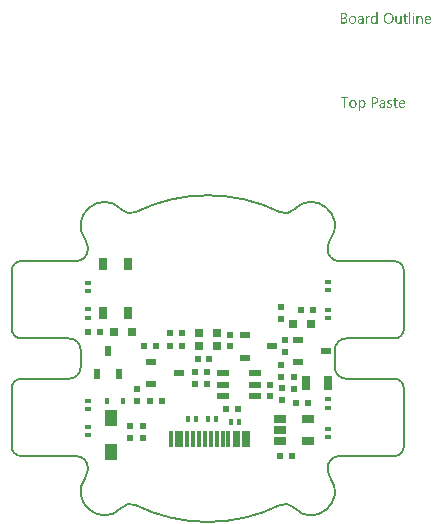
<source format=gtp>
G04*
G04 #@! TF.GenerationSoftware,Altium Limited,Altium Designer,21.8.1 (53)*
G04*
G04 Layer_Color=8421504*
%FSAX25Y25*%
%MOIN*%
G70*
G04*
G04 #@! TF.SameCoordinates,7A0B2967-6A00-4F57-884A-72BECA2B0823*
G04*
G04*
G04 #@! TF.FilePolarity,Positive*
G04*
G01*
G75*
%ADD12C,0.00787*%
%ADD14R,0.04331X0.05315*%
%ADD15R,0.02559X0.04134*%
%ADD16R,0.02756X0.05118*%
%ADD17R,0.03543X0.02362*%
%ADD18R,0.02165X0.01968*%
%ADD19R,0.01968X0.02165*%
%ADD20R,0.02461X0.01280*%
%ADD21R,0.01280X0.02461*%
%ADD22R,0.02756X0.02756*%
%ADD23R,0.01968X0.02165*%
%ADD24R,0.03150X0.02559*%
%ADD25R,0.03937X0.02756*%
%ADD26R,0.01181X0.05709*%
%ADD27R,0.03937X0.02362*%
%ADD28R,0.01575X0.02362*%
%ADD29R,0.02362X0.03543*%
G36*
X0068599Y0167500D02*
X0068624D01*
X0068679Y0167475D01*
X0068710Y0167456D01*
X0068741Y0167432D01*
X0068747Y0167426D01*
X0068754Y0167419D01*
X0068785Y0167382D01*
X0068809Y0167320D01*
X0068815Y0167283D01*
X0068822Y0167246D01*
Y0167240D01*
Y0167227D01*
X0068815Y0167209D01*
X0068809Y0167184D01*
X0068791Y0167122D01*
X0068766Y0167091D01*
X0068741Y0167060D01*
X0068735D01*
X0068729Y0167048D01*
X0068692Y0167023D01*
X0068636Y0166998D01*
X0068599Y0166992D01*
X0068562Y0166986D01*
X0068543D01*
X0068525Y0166992D01*
X0068500D01*
X0068438Y0167017D01*
X0068407Y0167029D01*
X0068376Y0167054D01*
Y0167060D01*
X0068364Y0167066D01*
X0068351Y0167085D01*
X0068339Y0167104D01*
X0068314Y0167166D01*
X0068308Y0167203D01*
X0068302Y0167246D01*
Y0167252D01*
Y0167264D01*
X0068308Y0167283D01*
X0068314Y0167314D01*
X0068333Y0167370D01*
X0068351Y0167401D01*
X0068376Y0167432D01*
X0068382Y0167438D01*
X0068388Y0167444D01*
X0068426Y0167469D01*
X0068487Y0167493D01*
X0068525Y0167506D01*
X0068580D01*
X0068599Y0167500D01*
D02*
G37*
G36*
X0056609Y0163835D02*
X0056207D01*
Y0164256D01*
X0056194D01*
Y0164250D01*
X0056182Y0164238D01*
X0056163Y0164213D01*
X0056145Y0164182D01*
X0056114Y0164145D01*
X0056077Y0164108D01*
X0056033Y0164064D01*
X0055984Y0164021D01*
X0055928Y0163971D01*
X0055860Y0163928D01*
X0055792Y0163891D01*
X0055711Y0163854D01*
X0055631Y0163823D01*
X0055538Y0163798D01*
X0055439Y0163786D01*
X0055334Y0163779D01*
X0055290D01*
X0055253Y0163786D01*
X0055216Y0163792D01*
X0055167Y0163798D01*
X0055061Y0163823D01*
X0054937Y0163860D01*
X0054814Y0163922D01*
X0054746Y0163959D01*
X0054690Y0164002D01*
X0054628Y0164058D01*
X0054572Y0164114D01*
Y0164120D01*
X0054560Y0164132D01*
X0054548Y0164151D01*
X0054529Y0164176D01*
X0054510Y0164207D01*
X0054486Y0164250D01*
X0054461Y0164299D01*
X0054436Y0164355D01*
X0054405Y0164417D01*
X0054380Y0164485D01*
X0054356Y0164559D01*
X0054337Y0164640D01*
X0054318Y0164727D01*
X0054306Y0164826D01*
X0054300Y0164925D01*
X0054294Y0165030D01*
Y0165036D01*
Y0165055D01*
Y0165092D01*
X0054300Y0165135D01*
X0054306Y0165185D01*
X0054312Y0165247D01*
X0054318Y0165315D01*
X0054331Y0165389D01*
X0054368Y0165550D01*
X0054424Y0165717D01*
X0054461Y0165797D01*
X0054504Y0165878D01*
X0054548Y0165952D01*
X0054603Y0166026D01*
X0054610Y0166033D01*
X0054616Y0166045D01*
X0054634Y0166064D01*
X0054659Y0166088D01*
X0054690Y0166113D01*
X0054733Y0166144D01*
X0054777Y0166181D01*
X0054826Y0166218D01*
X0054950Y0166287D01*
X0055092Y0166348D01*
X0055173Y0166367D01*
X0055259Y0166385D01*
X0055346Y0166398D01*
X0055445Y0166404D01*
X0055495D01*
X0055532Y0166398D01*
X0055569Y0166392D01*
X0055618Y0166385D01*
X0055730Y0166355D01*
X0055854Y0166305D01*
X0055915Y0166274D01*
X0055977Y0166231D01*
X0056039Y0166187D01*
X0056095Y0166132D01*
X0056145Y0166070D01*
X0056194Y0165996D01*
X0056207D01*
Y0167555D01*
X0056609D01*
Y0163835D01*
D02*
G37*
G36*
X0070877Y0166398D02*
X0070951Y0166392D01*
X0071044Y0166373D01*
X0071143Y0166342D01*
X0071248Y0166293D01*
X0071353Y0166225D01*
X0071397Y0166187D01*
X0071440Y0166138D01*
X0071452Y0166126D01*
X0071477Y0166088D01*
X0071508Y0166026D01*
X0071552Y0165940D01*
X0071589Y0165835D01*
X0071626Y0165705D01*
X0071650Y0165550D01*
X0071657Y0165370D01*
Y0163835D01*
X0071254D01*
Y0165265D01*
Y0165271D01*
Y0165302D01*
X0071248Y0165339D01*
Y0165389D01*
X0071236Y0165451D01*
X0071223Y0165519D01*
X0071205Y0165593D01*
X0071180Y0165667D01*
X0071149Y0165742D01*
X0071112Y0165810D01*
X0071062Y0165878D01*
X0071007Y0165940D01*
X0070945Y0165989D01*
X0070864Y0166026D01*
X0070778Y0166058D01*
X0070673Y0166064D01*
X0070660D01*
X0070623Y0166058D01*
X0070567Y0166051D01*
X0070499Y0166033D01*
X0070419Y0166008D01*
X0070332Y0165965D01*
X0070252Y0165909D01*
X0070171Y0165835D01*
X0070165Y0165822D01*
X0070140Y0165797D01*
X0070109Y0165748D01*
X0070072Y0165680D01*
X0070035Y0165599D01*
X0070004Y0165500D01*
X0069979Y0165389D01*
X0069973Y0165265D01*
Y0163835D01*
X0069571D01*
Y0166348D01*
X0069973D01*
Y0165928D01*
X0069985D01*
X0069992Y0165934D01*
X0069998Y0165946D01*
X0070016Y0165971D01*
X0070041Y0166002D01*
X0070066Y0166039D01*
X0070103Y0166076D01*
X0070146Y0166119D01*
X0070196Y0166169D01*
X0070252Y0166212D01*
X0070314Y0166255D01*
X0070382Y0166293D01*
X0070456Y0166330D01*
X0070530Y0166361D01*
X0070617Y0166385D01*
X0070710Y0166398D01*
X0070809Y0166404D01*
X0070846D01*
X0070877Y0166398D01*
D02*
G37*
G36*
X0053879Y0166385D02*
X0053953Y0166379D01*
X0053997Y0166367D01*
X0054028Y0166355D01*
Y0165940D01*
X0054021Y0165946D01*
X0054009Y0165952D01*
X0053984Y0165965D01*
X0053953Y0165983D01*
X0053910Y0165996D01*
X0053854Y0166008D01*
X0053792Y0166014D01*
X0053724Y0166020D01*
X0053712D01*
X0053681Y0166014D01*
X0053631Y0166008D01*
X0053576Y0165989D01*
X0053501Y0165958D01*
X0053433Y0165915D01*
X0053359Y0165853D01*
X0053291Y0165773D01*
X0053285Y0165760D01*
X0053266Y0165729D01*
X0053235Y0165674D01*
X0053204Y0165599D01*
X0053173Y0165506D01*
X0053142Y0165389D01*
X0053124Y0165259D01*
X0053118Y0165110D01*
Y0163835D01*
X0052715D01*
Y0166348D01*
X0053118D01*
Y0165828D01*
X0053130D01*
Y0165835D01*
X0053136Y0165841D01*
X0053149Y0165872D01*
X0053167Y0165921D01*
X0053198Y0165983D01*
X0053229Y0166045D01*
X0053279Y0166113D01*
X0053328Y0166181D01*
X0053390Y0166243D01*
X0053396Y0166249D01*
X0053421Y0166268D01*
X0053458Y0166293D01*
X0053508Y0166317D01*
X0053563Y0166342D01*
X0053631Y0166367D01*
X0053706Y0166385D01*
X0053786Y0166392D01*
X0053842D01*
X0053879Y0166385D01*
D02*
G37*
G36*
X0064619Y0163835D02*
X0064216D01*
Y0164231D01*
X0064204D01*
Y0164225D01*
X0064192Y0164213D01*
X0064179Y0164188D01*
X0064154Y0164163D01*
X0064099Y0164089D01*
X0064012Y0164009D01*
X0063963Y0163965D01*
X0063907Y0163922D01*
X0063845Y0163885D01*
X0063771Y0163848D01*
X0063696Y0163823D01*
X0063616Y0163798D01*
X0063523Y0163786D01*
X0063430Y0163779D01*
X0063393D01*
X0063350Y0163786D01*
X0063288Y0163798D01*
X0063220Y0163811D01*
X0063146Y0163835D01*
X0063065Y0163866D01*
X0062985Y0163916D01*
X0062898Y0163971D01*
X0062817Y0164040D01*
X0062743Y0164126D01*
X0062675Y0164231D01*
X0062613Y0164349D01*
X0062570Y0164491D01*
X0062545Y0164658D01*
X0062533Y0164745D01*
Y0164844D01*
Y0166348D01*
X0062929D01*
Y0164906D01*
Y0164900D01*
Y0164875D01*
X0062935Y0164832D01*
X0062941Y0164782D01*
X0062947Y0164720D01*
X0062960Y0164658D01*
X0062978Y0164584D01*
X0063003Y0164510D01*
X0063040Y0164436D01*
X0063077Y0164368D01*
X0063127Y0164299D01*
X0063189Y0164238D01*
X0063257Y0164188D01*
X0063337Y0164151D01*
X0063436Y0164120D01*
X0063542Y0164114D01*
X0063554D01*
X0063591Y0164120D01*
X0063647Y0164126D01*
X0063709Y0164139D01*
X0063789Y0164170D01*
X0063870Y0164207D01*
X0063950Y0164256D01*
X0064024Y0164330D01*
X0064031Y0164343D01*
X0064055Y0164368D01*
X0064086Y0164417D01*
X0064123Y0164485D01*
X0064154Y0164566D01*
X0064185Y0164665D01*
X0064210Y0164776D01*
X0064216Y0164900D01*
Y0166348D01*
X0064619D01*
Y0163835D01*
D02*
G37*
G36*
X0068754D02*
X0068351D01*
Y0166348D01*
X0068754D01*
Y0163835D01*
D02*
G37*
G36*
X0067534D02*
X0067132D01*
Y0167555D01*
X0067534D01*
Y0163835D01*
D02*
G37*
G36*
X0051155Y0166398D02*
X0051211Y0166392D01*
X0051279Y0166373D01*
X0051354Y0166355D01*
X0051434Y0166324D01*
X0051521Y0166287D01*
X0051601Y0166237D01*
X0051682Y0166175D01*
X0051756Y0166101D01*
X0051824Y0166008D01*
X0051880Y0165903D01*
X0051923Y0165779D01*
X0051948Y0165637D01*
X0051960Y0165469D01*
Y0163835D01*
X0051558D01*
Y0164225D01*
X0051545D01*
Y0164219D01*
X0051533Y0164207D01*
X0051521Y0164182D01*
X0051496Y0164157D01*
X0051434Y0164083D01*
X0051354Y0164002D01*
X0051242Y0163922D01*
X0051112Y0163848D01*
X0051032Y0163823D01*
X0050951Y0163798D01*
X0050864Y0163786D01*
X0050772Y0163779D01*
X0050735D01*
X0050710Y0163786D01*
X0050642Y0163792D01*
X0050561Y0163804D01*
X0050462Y0163829D01*
X0050369Y0163860D01*
X0050270Y0163909D01*
X0050184Y0163971D01*
X0050177Y0163984D01*
X0050153Y0164009D01*
X0050116Y0164052D01*
X0050078Y0164114D01*
X0050041Y0164188D01*
X0050004Y0164275D01*
X0049979Y0164380D01*
X0049973Y0164498D01*
Y0164504D01*
Y0164529D01*
X0049979Y0164566D01*
X0049986Y0164609D01*
X0049998Y0164665D01*
X0050016Y0164727D01*
X0050041Y0164795D01*
X0050078Y0164863D01*
X0050122Y0164937D01*
X0050177Y0165011D01*
X0050245Y0165079D01*
X0050326Y0165141D01*
X0050419Y0165203D01*
X0050530Y0165253D01*
X0050654Y0165290D01*
X0050803Y0165321D01*
X0051558Y0165426D01*
Y0165432D01*
Y0165451D01*
X0051552Y0165488D01*
Y0165525D01*
X0051539Y0165575D01*
X0051533Y0165630D01*
X0051496Y0165748D01*
X0051465Y0165804D01*
X0051434Y0165859D01*
X0051391Y0165915D01*
X0051341Y0165965D01*
X0051279Y0166008D01*
X0051211Y0166039D01*
X0051131Y0166058D01*
X0051038Y0166064D01*
X0050994D01*
X0050963Y0166058D01*
X0050920D01*
X0050877Y0166045D01*
X0050766Y0166026D01*
X0050642Y0165989D01*
X0050506Y0165934D01*
X0050431Y0165896D01*
X0050363Y0165859D01*
X0050289Y0165810D01*
X0050221Y0165754D01*
Y0166169D01*
X0050227D01*
X0050239Y0166181D01*
X0050258Y0166194D01*
X0050289Y0166206D01*
X0050320Y0166225D01*
X0050363Y0166243D01*
X0050413Y0166262D01*
X0050468Y0166287D01*
X0050592Y0166330D01*
X0050741Y0166367D01*
X0050902Y0166392D01*
X0051075Y0166404D01*
X0051112D01*
X0051155Y0166398D01*
D02*
G37*
G36*
X0045467Y0167345D02*
X0045510D01*
X0045553Y0167339D01*
X0045652Y0167326D01*
X0045770Y0167296D01*
X0045894Y0167258D01*
X0046011Y0167203D01*
X0046117Y0167128D01*
X0046123D01*
X0046129Y0167116D01*
X0046160Y0167091D01*
X0046203Y0167042D01*
X0046253Y0166974D01*
X0046296Y0166887D01*
X0046340Y0166788D01*
X0046371Y0166676D01*
X0046383Y0166615D01*
Y0166546D01*
Y0166540D01*
Y0166534D01*
Y0166497D01*
X0046377Y0166441D01*
X0046364Y0166373D01*
X0046346Y0166287D01*
X0046315Y0166200D01*
X0046278Y0166113D01*
X0046222Y0166026D01*
X0046216Y0166014D01*
X0046191Y0165989D01*
X0046154Y0165952D01*
X0046104Y0165903D01*
X0046042Y0165853D01*
X0045968Y0165797D01*
X0045875Y0165754D01*
X0045776Y0165711D01*
Y0165705D01*
X0045795D01*
X0045814Y0165698D01*
X0045832Y0165692D01*
X0045900Y0165680D01*
X0045981Y0165655D01*
X0046067Y0165618D01*
X0046160Y0165575D01*
X0046253Y0165513D01*
X0046340Y0165432D01*
X0046352Y0165420D01*
X0046377Y0165389D01*
X0046408Y0165346D01*
X0046451Y0165278D01*
X0046488Y0165191D01*
X0046525Y0165092D01*
X0046550Y0164974D01*
X0046556Y0164844D01*
Y0164838D01*
Y0164826D01*
Y0164801D01*
X0046550Y0164770D01*
X0046544Y0164733D01*
X0046538Y0164690D01*
X0046513Y0164584D01*
X0046476Y0164467D01*
X0046420Y0164343D01*
X0046383Y0164287D01*
X0046340Y0164225D01*
X0046284Y0164170D01*
X0046228Y0164114D01*
X0046222D01*
X0046216Y0164101D01*
X0046197Y0164089D01*
X0046172Y0164070D01*
X0046141Y0164052D01*
X0046098Y0164027D01*
X0046005Y0163978D01*
X0045888Y0163922D01*
X0045752Y0163879D01*
X0045591Y0163848D01*
X0045510Y0163841D01*
X0045417Y0163835D01*
X0044390D01*
Y0167351D01*
X0045436D01*
X0045467Y0167345D01*
D02*
G37*
G36*
X0065962Y0166348D02*
X0066600D01*
Y0166002D01*
X0065962D01*
Y0164584D01*
Y0164572D01*
Y0164541D01*
X0065968Y0164498D01*
X0065974Y0164442D01*
X0065999Y0164324D01*
X0066018Y0164269D01*
X0066049Y0164225D01*
X0066055Y0164219D01*
X0066067Y0164207D01*
X0066086Y0164194D01*
X0066117Y0164176D01*
X0066154Y0164151D01*
X0066203Y0164139D01*
X0066265Y0164126D01*
X0066333Y0164120D01*
X0066358D01*
X0066389Y0164126D01*
X0066426Y0164132D01*
X0066513Y0164157D01*
X0066556Y0164176D01*
X0066600Y0164200D01*
Y0163854D01*
X0066593D01*
X0066575Y0163841D01*
X0066544Y0163835D01*
X0066500Y0163823D01*
X0066445Y0163811D01*
X0066383Y0163798D01*
X0066309Y0163792D01*
X0066222Y0163786D01*
X0066191D01*
X0066160Y0163792D01*
X0066117Y0163798D01*
X0066067Y0163811D01*
X0066011Y0163823D01*
X0065956Y0163848D01*
X0065894Y0163879D01*
X0065832Y0163916D01*
X0065770Y0163965D01*
X0065714Y0164021D01*
X0065665Y0164095D01*
X0065622Y0164176D01*
X0065591Y0164275D01*
X0065566Y0164386D01*
X0065560Y0164516D01*
Y0166002D01*
X0065132D01*
Y0166348D01*
X0065560D01*
Y0166961D01*
X0065962Y0167091D01*
Y0166348D01*
D02*
G37*
G36*
X0073489Y0166398D02*
X0073532Y0166392D01*
X0073576Y0166385D01*
X0073687Y0166367D01*
X0073811Y0166324D01*
X0073935Y0166268D01*
X0073997Y0166231D01*
X0074058Y0166187D01*
X0074114Y0166138D01*
X0074170Y0166082D01*
X0074176Y0166076D01*
X0074182Y0166070D01*
X0074195Y0166051D01*
X0074213Y0166026D01*
X0074232Y0165989D01*
X0074256Y0165952D01*
X0074281Y0165909D01*
X0074306Y0165853D01*
X0074331Y0165791D01*
X0074356Y0165729D01*
X0074380Y0165655D01*
X0074399Y0165575D01*
X0074417Y0165488D01*
X0074430Y0165401D01*
X0074442Y0165302D01*
Y0165197D01*
Y0164987D01*
X0072666D01*
Y0164980D01*
Y0164968D01*
Y0164950D01*
X0072672Y0164918D01*
X0072678Y0164881D01*
Y0164844D01*
X0072697Y0164745D01*
X0072728Y0164646D01*
X0072765Y0164535D01*
X0072820Y0164429D01*
X0072888Y0164337D01*
X0072901Y0164324D01*
X0072926Y0164299D01*
X0072975Y0164269D01*
X0073043Y0164225D01*
X0073130Y0164182D01*
X0073229Y0164151D01*
X0073347Y0164126D01*
X0073483Y0164114D01*
X0073526D01*
X0073557Y0164120D01*
X0073594D01*
X0073637Y0164126D01*
X0073743Y0164151D01*
X0073860Y0164182D01*
X0073990Y0164231D01*
X0074126Y0164299D01*
X0074195Y0164343D01*
X0074263Y0164392D01*
Y0164015D01*
X0074256D01*
X0074250Y0164002D01*
X0074232Y0163996D01*
X0074201Y0163978D01*
X0074170Y0163959D01*
X0074133Y0163941D01*
X0074083Y0163922D01*
X0074034Y0163897D01*
X0073972Y0163872D01*
X0073904Y0163854D01*
X0073755Y0163817D01*
X0073582Y0163792D01*
X0073390Y0163779D01*
X0073340D01*
X0073303Y0163786D01*
X0073260Y0163792D01*
X0073204Y0163798D01*
X0073087Y0163823D01*
X0072950Y0163860D01*
X0072814Y0163922D01*
X0072746Y0163965D01*
X0072678Y0164009D01*
X0072616Y0164058D01*
X0072554Y0164120D01*
X0072548Y0164126D01*
X0072542Y0164139D01*
X0072530Y0164157D01*
X0072505Y0164182D01*
X0072486Y0164219D01*
X0072461Y0164262D01*
X0072430Y0164312D01*
X0072406Y0164368D01*
X0072375Y0164429D01*
X0072350Y0164504D01*
X0072319Y0164584D01*
X0072300Y0164671D01*
X0072282Y0164764D01*
X0072263Y0164863D01*
X0072257Y0164968D01*
X0072251Y0165079D01*
Y0165086D01*
Y0165104D01*
Y0165135D01*
X0072257Y0165179D01*
X0072263Y0165228D01*
X0072269Y0165284D01*
X0072276Y0165352D01*
X0072294Y0165420D01*
X0072331Y0165568D01*
X0072387Y0165729D01*
X0072424Y0165810D01*
X0072474Y0165884D01*
X0072523Y0165965D01*
X0072579Y0166033D01*
X0072585Y0166039D01*
X0072598Y0166051D01*
X0072616Y0166070D01*
X0072641Y0166088D01*
X0072672Y0166119D01*
X0072709Y0166150D01*
X0072759Y0166181D01*
X0072808Y0166218D01*
X0072926Y0166287D01*
X0073068Y0166348D01*
X0073149Y0166367D01*
X0073229Y0166385D01*
X0073316Y0166398D01*
X0073409Y0166404D01*
X0073458D01*
X0073489Y0166398D01*
D02*
G37*
G36*
X0060447Y0167407D02*
X0060509Y0167401D01*
X0060583Y0167388D01*
X0060663Y0167370D01*
X0060750Y0167351D01*
X0060837Y0167326D01*
X0060936Y0167296D01*
X0061028Y0167252D01*
X0061128Y0167203D01*
X0061227Y0167147D01*
X0061319Y0167079D01*
X0061412Y0167005D01*
X0061499Y0166918D01*
X0061505Y0166912D01*
X0061518Y0166893D01*
X0061542Y0166868D01*
X0061567Y0166831D01*
X0061604Y0166782D01*
X0061641Y0166720D01*
X0061678Y0166652D01*
X0061722Y0166577D01*
X0061765Y0166485D01*
X0061802Y0166392D01*
X0061839Y0166287D01*
X0061876Y0166169D01*
X0061901Y0166051D01*
X0061926Y0165921D01*
X0061938Y0165779D01*
X0061945Y0165637D01*
Y0165624D01*
Y0165599D01*
Y0165556D01*
X0061938Y0165494D01*
X0061932Y0165420D01*
X0061920Y0165339D01*
X0061908Y0165247D01*
X0061889Y0165141D01*
X0061864Y0165036D01*
X0061833Y0164925D01*
X0061796Y0164813D01*
X0061753Y0164702D01*
X0061697Y0164584D01*
X0061635Y0164479D01*
X0061567Y0164374D01*
X0061487Y0164275D01*
X0061480Y0164269D01*
X0061468Y0164256D01*
X0061437Y0164231D01*
X0061406Y0164200D01*
X0061357Y0164157D01*
X0061301Y0164120D01*
X0061239Y0164070D01*
X0061165Y0164027D01*
X0061084Y0163984D01*
X0060991Y0163934D01*
X0060892Y0163897D01*
X0060781Y0163860D01*
X0060663Y0163823D01*
X0060540Y0163798D01*
X0060409Y0163786D01*
X0060267Y0163779D01*
X0060236D01*
X0060193Y0163786D01*
X0060143D01*
X0060081Y0163792D01*
X0060007Y0163804D01*
X0059927Y0163823D01*
X0059834Y0163841D01*
X0059741Y0163866D01*
X0059642Y0163897D01*
X0059543Y0163941D01*
X0059444Y0163984D01*
X0059345Y0164040D01*
X0059246Y0164108D01*
X0059153Y0164182D01*
X0059066Y0164269D01*
X0059060Y0164275D01*
X0059048Y0164293D01*
X0059023Y0164318D01*
X0058998Y0164355D01*
X0058961Y0164405D01*
X0058924Y0164467D01*
X0058887Y0164535D01*
X0058843Y0164615D01*
X0058800Y0164702D01*
X0058763Y0164795D01*
X0058726Y0164900D01*
X0058689Y0165017D01*
X0058664Y0165135D01*
X0058639Y0165265D01*
X0058627Y0165408D01*
X0058621Y0165550D01*
Y0165562D01*
Y0165587D01*
X0058627Y0165630D01*
Y0165692D01*
X0058633Y0165760D01*
X0058645Y0165847D01*
X0058658Y0165940D01*
X0058676Y0166039D01*
X0058701Y0166144D01*
X0058732Y0166255D01*
X0058769Y0166367D01*
X0058812Y0166478D01*
X0058868Y0166590D01*
X0058930Y0166701D01*
X0058998Y0166806D01*
X0059079Y0166905D01*
X0059085Y0166912D01*
X0059097Y0166930D01*
X0059128Y0166955D01*
X0059165Y0166986D01*
X0059209Y0167023D01*
X0059264Y0167066D01*
X0059332Y0167110D01*
X0059407Y0167159D01*
X0059493Y0167209D01*
X0059586Y0167252D01*
X0059685Y0167296D01*
X0059797Y0167333D01*
X0059921Y0167364D01*
X0060050Y0167394D01*
X0060187Y0167407D01*
X0060329Y0167413D01*
X0060397D01*
X0060447Y0167407D01*
D02*
G37*
G36*
X0048419Y0166398D02*
X0048463Y0166392D01*
X0048518Y0166385D01*
X0048642Y0166361D01*
X0048785Y0166317D01*
X0048927Y0166255D01*
X0049001Y0166218D01*
X0049069Y0166175D01*
X0049137Y0166119D01*
X0049199Y0166058D01*
X0049206Y0166051D01*
X0049212Y0166039D01*
X0049230Y0166020D01*
X0049249Y0165996D01*
X0049274Y0165958D01*
X0049298Y0165915D01*
X0049329Y0165866D01*
X0049360Y0165810D01*
X0049385Y0165742D01*
X0049416Y0165674D01*
X0049441Y0165593D01*
X0049466Y0165506D01*
X0049484Y0165414D01*
X0049503Y0165315D01*
X0049509Y0165209D01*
X0049515Y0165098D01*
Y0165092D01*
Y0165073D01*
Y0165042D01*
X0049509Y0164999D01*
X0049503Y0164950D01*
X0049496Y0164888D01*
X0049484Y0164826D01*
X0049472Y0164751D01*
X0049435Y0164603D01*
X0049373Y0164442D01*
X0049336Y0164361D01*
X0049286Y0164281D01*
X0049237Y0164207D01*
X0049175Y0164139D01*
X0049168Y0164132D01*
X0049156Y0164126D01*
X0049137Y0164108D01*
X0049113Y0164083D01*
X0049076Y0164058D01*
X0049038Y0164027D01*
X0048989Y0163990D01*
X0048933Y0163959D01*
X0048871Y0163928D01*
X0048803Y0163891D01*
X0048729Y0163860D01*
X0048649Y0163835D01*
X0048562Y0163811D01*
X0048469Y0163798D01*
X0048370Y0163786D01*
X0048265Y0163779D01*
X0048209D01*
X0048172Y0163786D01*
X0048129Y0163792D01*
X0048073Y0163798D01*
X0048011Y0163811D01*
X0047943Y0163823D01*
X0047800Y0163866D01*
X0047652Y0163928D01*
X0047578Y0163965D01*
X0047510Y0164015D01*
X0047441Y0164064D01*
X0047373Y0164126D01*
X0047367Y0164132D01*
X0047361Y0164145D01*
X0047342Y0164163D01*
X0047324Y0164188D01*
X0047299Y0164225D01*
X0047268Y0164269D01*
X0047237Y0164318D01*
X0047212Y0164374D01*
X0047181Y0164442D01*
X0047150Y0164510D01*
X0047120Y0164584D01*
X0047095Y0164671D01*
X0047058Y0164857D01*
X0047052Y0164956D01*
X0047045Y0165061D01*
Y0165067D01*
Y0165092D01*
Y0165123D01*
X0047052Y0165166D01*
X0047058Y0165216D01*
X0047064Y0165278D01*
X0047076Y0165346D01*
X0047089Y0165420D01*
X0047126Y0165581D01*
X0047188Y0165742D01*
X0047231Y0165822D01*
X0047274Y0165903D01*
X0047324Y0165977D01*
X0047386Y0166045D01*
X0047392Y0166051D01*
X0047404Y0166064D01*
X0047423Y0166076D01*
X0047448Y0166101D01*
X0047485Y0166126D01*
X0047528Y0166156D01*
X0047578Y0166194D01*
X0047633Y0166225D01*
X0047695Y0166255D01*
X0047769Y0166293D01*
X0047844Y0166324D01*
X0047930Y0166348D01*
X0048017Y0166373D01*
X0048116Y0166392D01*
X0048221Y0166398D01*
X0048327Y0166404D01*
X0048382D01*
X0048419Y0166398D01*
D02*
G37*
G36*
X0051632Y0138360D02*
X0051675Y0138354D01*
X0051719Y0138347D01*
X0051830Y0138322D01*
X0051954Y0138285D01*
X0052078Y0138224D01*
X0052140Y0138186D01*
X0052201Y0138137D01*
X0052257Y0138087D01*
X0052313Y0138025D01*
X0052319Y0138019D01*
X0052325Y0138013D01*
X0052338Y0137988D01*
X0052356Y0137963D01*
X0052375Y0137933D01*
X0052400Y0137889D01*
X0052424Y0137840D01*
X0052449Y0137790D01*
X0052474Y0137728D01*
X0052499Y0137660D01*
X0052523Y0137586D01*
X0052542Y0137505D01*
X0052573Y0137326D01*
X0052585Y0137227D01*
Y0137122D01*
Y0137116D01*
Y0137097D01*
Y0137060D01*
X0052579Y0137016D01*
Y0136967D01*
X0052567Y0136905D01*
X0052561Y0136837D01*
X0052548Y0136763D01*
X0052511Y0136602D01*
X0052455Y0136435D01*
X0052418Y0136354D01*
X0052381Y0136274D01*
X0052332Y0136193D01*
X0052276Y0136119D01*
X0052270Y0136113D01*
X0052263Y0136100D01*
X0052245Y0136082D01*
X0052220Y0136063D01*
X0052189Y0136032D01*
X0052152Y0136001D01*
X0052109Y0135964D01*
X0052059Y0135933D01*
X0052004Y0135896D01*
X0051942Y0135859D01*
X0051793Y0135803D01*
X0051713Y0135778D01*
X0051632Y0135760D01*
X0051539Y0135748D01*
X0051440Y0135741D01*
X0051391D01*
X0051360Y0135748D01*
X0051316Y0135754D01*
X0051273Y0135766D01*
X0051162Y0135791D01*
X0051044Y0135840D01*
X0050976Y0135878D01*
X0050914Y0135915D01*
X0050852Y0135964D01*
X0050796Y0136020D01*
X0050735Y0136082D01*
X0050685Y0136156D01*
X0050673D01*
Y0134646D01*
X0050270D01*
Y0138310D01*
X0050673D01*
Y0137864D01*
X0050685D01*
X0050691Y0137871D01*
X0050697Y0137889D01*
X0050716Y0137914D01*
X0050741Y0137945D01*
X0050772Y0137982D01*
X0050809Y0138025D01*
X0050852Y0138069D01*
X0050908Y0138118D01*
X0050963Y0138162D01*
X0051025Y0138205D01*
X0051100Y0138248D01*
X0051174Y0138285D01*
X0051261Y0138322D01*
X0051354Y0138347D01*
X0051446Y0138360D01*
X0051552Y0138366D01*
X0051601D01*
X0051632Y0138360D01*
D02*
G37*
G36*
X0060905D02*
X0060985Y0138354D01*
X0061072Y0138341D01*
X0061171Y0138316D01*
X0061270Y0138292D01*
X0061369Y0138254D01*
Y0137846D01*
X0061357Y0137852D01*
X0061319Y0137877D01*
X0061264Y0137902D01*
X0061189Y0137939D01*
X0061097Y0137970D01*
X0060985Y0138001D01*
X0060861Y0138019D01*
X0060731Y0138025D01*
X0060663D01*
X0060601Y0138013D01*
X0060527Y0138001D01*
X0060521D01*
X0060515Y0137995D01*
X0060478Y0137982D01*
X0060428Y0137957D01*
X0060372Y0137926D01*
X0060360Y0137920D01*
X0060335Y0137895D01*
X0060304Y0137858D01*
X0060273Y0137815D01*
X0060267Y0137803D01*
X0060255Y0137772D01*
X0060242Y0137728D01*
X0060236Y0137673D01*
Y0137666D01*
Y0137654D01*
Y0137635D01*
X0060242Y0137617D01*
X0060255Y0137561D01*
X0060273Y0137505D01*
X0060280Y0137493D01*
X0060298Y0137468D01*
X0060335Y0137431D01*
X0060378Y0137388D01*
X0060385D01*
X0060391Y0137382D01*
X0060428Y0137357D01*
X0060478Y0137326D01*
X0060546Y0137295D01*
X0060552D01*
X0060564Y0137289D01*
X0060583Y0137283D01*
X0060614Y0137270D01*
X0060682Y0137246D01*
X0060769Y0137208D01*
X0060775D01*
X0060799Y0137196D01*
X0060830Y0137184D01*
X0060868Y0137171D01*
X0060967Y0137128D01*
X0061066Y0137078D01*
X0061072D01*
X0061090Y0137066D01*
X0061115Y0137054D01*
X0061146Y0137035D01*
X0061220Y0136986D01*
X0061295Y0136924D01*
X0061301Y0136917D01*
X0061313Y0136911D01*
X0061326Y0136893D01*
X0061350Y0136868D01*
X0061394Y0136806D01*
X0061437Y0136725D01*
Y0136719D01*
X0061443Y0136707D01*
X0061456Y0136682D01*
X0061462Y0136651D01*
X0061474Y0136614D01*
X0061480Y0136571D01*
X0061487Y0136466D01*
Y0136459D01*
Y0136435D01*
X0061480Y0136398D01*
X0061474Y0136354D01*
X0061468Y0136305D01*
X0061449Y0136249D01*
X0061431Y0136199D01*
X0061400Y0136144D01*
X0061394Y0136137D01*
X0061387Y0136119D01*
X0061369Y0136094D01*
X0061344Y0136063D01*
X0061313Y0136026D01*
X0061276Y0135989D01*
X0061183Y0135915D01*
X0061177Y0135908D01*
X0061159Y0135902D01*
X0061134Y0135884D01*
X0061090Y0135865D01*
X0061047Y0135840D01*
X0060991Y0135822D01*
X0060936Y0135803D01*
X0060868Y0135785D01*
X0060861D01*
X0060837Y0135778D01*
X0060799Y0135772D01*
X0060756Y0135766D01*
X0060694Y0135754D01*
X0060632Y0135748D01*
X0060490Y0135741D01*
X0060428D01*
X0060354Y0135748D01*
X0060261Y0135760D01*
X0060156Y0135778D01*
X0060044Y0135803D01*
X0059933Y0135834D01*
X0059821Y0135884D01*
Y0136317D01*
X0059828D01*
X0059834Y0136305D01*
X0059852Y0136292D01*
X0059877Y0136280D01*
X0059945Y0136243D01*
X0060038Y0136199D01*
X0060143Y0136150D01*
X0060267Y0136113D01*
X0060403Y0136088D01*
X0060546Y0136076D01*
X0060595D01*
X0060626Y0136082D01*
X0060713Y0136094D01*
X0060812Y0136119D01*
X0060905Y0136162D01*
X0060948Y0136193D01*
X0060991Y0136224D01*
X0061022Y0136267D01*
X0061047Y0136311D01*
X0061066Y0136366D01*
X0061072Y0136428D01*
Y0136435D01*
Y0136447D01*
Y0136466D01*
X0061066Y0136484D01*
X0061053Y0136540D01*
X0061028Y0136595D01*
Y0136602D01*
X0061022Y0136608D01*
X0060997Y0136639D01*
X0060960Y0136682D01*
X0060905Y0136719D01*
X0060899D01*
X0060892Y0136732D01*
X0060855Y0136750D01*
X0060799Y0136787D01*
X0060725Y0136818D01*
X0060719D01*
X0060707Y0136825D01*
X0060688Y0136837D01*
X0060657Y0136849D01*
X0060589Y0136874D01*
X0060502Y0136911D01*
X0060496D01*
X0060471Y0136924D01*
X0060440Y0136936D01*
X0060403Y0136948D01*
X0060304Y0136992D01*
X0060205Y0137041D01*
X0060199Y0137047D01*
X0060187Y0137054D01*
X0060162Y0137066D01*
X0060131Y0137084D01*
X0060063Y0137134D01*
X0059995Y0137190D01*
X0059989Y0137196D01*
X0059982Y0137202D01*
X0059964Y0137221D01*
X0059945Y0137246D01*
X0059902Y0137307D01*
X0059865Y0137382D01*
Y0137388D01*
X0059859Y0137400D01*
X0059852Y0137425D01*
X0059846Y0137456D01*
X0059840Y0137493D01*
X0059834Y0137536D01*
X0059828Y0137642D01*
Y0137648D01*
Y0137673D01*
X0059834Y0137704D01*
X0059840Y0137747D01*
X0059846Y0137796D01*
X0059865Y0137846D01*
X0059883Y0137902D01*
X0059908Y0137951D01*
X0059914Y0137957D01*
X0059921Y0137976D01*
X0059939Y0138001D01*
X0059964Y0138032D01*
X0060032Y0138106D01*
X0060119Y0138180D01*
X0060125Y0138186D01*
X0060143Y0138193D01*
X0060168Y0138211D01*
X0060211Y0138230D01*
X0060255Y0138254D01*
X0060304Y0138279D01*
X0060428Y0138316D01*
X0060434D01*
X0060459Y0138322D01*
X0060490Y0138335D01*
X0060540Y0138341D01*
X0060589Y0138354D01*
X0060651Y0138360D01*
X0060787Y0138366D01*
X0060843D01*
X0060905Y0138360D01*
D02*
G37*
G36*
X0058410D02*
X0058466Y0138354D01*
X0058534Y0138335D01*
X0058608Y0138316D01*
X0058689Y0138285D01*
X0058775Y0138248D01*
X0058856Y0138199D01*
X0058936Y0138137D01*
X0059010Y0138063D01*
X0059079Y0137970D01*
X0059134Y0137864D01*
X0059178Y0137741D01*
X0059202Y0137598D01*
X0059215Y0137431D01*
Y0135797D01*
X0058812D01*
Y0136187D01*
X0058800D01*
Y0136181D01*
X0058788Y0136168D01*
X0058775Y0136144D01*
X0058751Y0136119D01*
X0058689Y0136045D01*
X0058608Y0135964D01*
X0058497Y0135884D01*
X0058367Y0135809D01*
X0058286Y0135785D01*
X0058206Y0135760D01*
X0058119Y0135748D01*
X0058026Y0135741D01*
X0057989D01*
X0057964Y0135748D01*
X0057896Y0135754D01*
X0057816Y0135766D01*
X0057717Y0135791D01*
X0057624Y0135822D01*
X0057525Y0135871D01*
X0057438Y0135933D01*
X0057432Y0135946D01*
X0057407Y0135970D01*
X0057370Y0136014D01*
X0057333Y0136076D01*
X0057296Y0136150D01*
X0057259Y0136237D01*
X0057234Y0136342D01*
X0057228Y0136459D01*
Y0136466D01*
Y0136490D01*
X0057234Y0136527D01*
X0057240Y0136571D01*
X0057253Y0136627D01*
X0057271Y0136688D01*
X0057296Y0136757D01*
X0057333Y0136825D01*
X0057376Y0136899D01*
X0057432Y0136973D01*
X0057500Y0137041D01*
X0057581Y0137103D01*
X0057674Y0137165D01*
X0057785Y0137215D01*
X0057909Y0137252D01*
X0058057Y0137283D01*
X0058812Y0137388D01*
Y0137394D01*
Y0137413D01*
X0058806Y0137450D01*
Y0137487D01*
X0058794Y0137536D01*
X0058788Y0137592D01*
X0058751Y0137710D01*
X0058720Y0137765D01*
X0058689Y0137821D01*
X0058645Y0137877D01*
X0058596Y0137926D01*
X0058534Y0137970D01*
X0058466Y0138001D01*
X0058385Y0138019D01*
X0058293Y0138025D01*
X0058249D01*
X0058218Y0138019D01*
X0058175D01*
X0058132Y0138007D01*
X0058020Y0137988D01*
X0057896Y0137951D01*
X0057760Y0137895D01*
X0057686Y0137858D01*
X0057618Y0137821D01*
X0057543Y0137772D01*
X0057475Y0137716D01*
Y0138131D01*
X0057482D01*
X0057494Y0138143D01*
X0057513Y0138155D01*
X0057543Y0138168D01*
X0057574Y0138186D01*
X0057618Y0138205D01*
X0057667Y0138224D01*
X0057723Y0138248D01*
X0057847Y0138292D01*
X0057995Y0138329D01*
X0058156Y0138354D01*
X0058330Y0138366D01*
X0058367D01*
X0058410Y0138360D01*
D02*
G37*
G36*
X0055711Y0139307D02*
X0055761D01*
X0055810Y0139301D01*
X0055940Y0139276D01*
X0056077Y0139245D01*
X0056225Y0139195D01*
X0056367Y0139127D01*
X0056429Y0139084D01*
X0056491Y0139034D01*
X0056497D01*
X0056504Y0139022D01*
X0056522Y0139003D01*
X0056541Y0138985D01*
X0056590Y0138923D01*
X0056652Y0138836D01*
X0056708Y0138725D01*
X0056757Y0138595D01*
X0056795Y0138440D01*
X0056801Y0138354D01*
X0056807Y0138261D01*
Y0138254D01*
Y0138236D01*
Y0138211D01*
X0056801Y0138180D01*
X0056795Y0138137D01*
X0056788Y0138087D01*
X0056764Y0137970D01*
X0056720Y0137840D01*
X0056658Y0137704D01*
X0056621Y0137635D01*
X0056578Y0137567D01*
X0056522Y0137499D01*
X0056460Y0137437D01*
X0056454Y0137431D01*
X0056442Y0137425D01*
X0056423Y0137406D01*
X0056398Y0137388D01*
X0056361Y0137363D01*
X0056318Y0137338D01*
X0056268Y0137307D01*
X0056213Y0137283D01*
X0056151Y0137252D01*
X0056083Y0137221D01*
X0056002Y0137196D01*
X0055922Y0137171D01*
X0055736Y0137134D01*
X0055637Y0137128D01*
X0055532Y0137122D01*
X0055067D01*
Y0135797D01*
X0054653D01*
Y0139313D01*
X0055674D01*
X0055711Y0139307D01*
D02*
G37*
G36*
X0046829Y0138942D02*
X0045814D01*
Y0135797D01*
X0045405D01*
Y0138942D01*
X0044390D01*
Y0139313D01*
X0046829D01*
Y0138942D01*
D02*
G37*
G36*
X0062638Y0138310D02*
X0063275D01*
Y0137963D01*
X0062638D01*
Y0136546D01*
Y0136534D01*
Y0136503D01*
X0062644Y0136459D01*
X0062650Y0136404D01*
X0062675Y0136286D01*
X0062694Y0136230D01*
X0062725Y0136187D01*
X0062731Y0136181D01*
X0062743Y0136168D01*
X0062762Y0136156D01*
X0062793Y0136137D01*
X0062830Y0136113D01*
X0062879Y0136100D01*
X0062941Y0136088D01*
X0063009Y0136082D01*
X0063034D01*
X0063065Y0136088D01*
X0063102Y0136094D01*
X0063189Y0136119D01*
X0063232Y0136137D01*
X0063275Y0136162D01*
Y0135816D01*
X0063269D01*
X0063251Y0135803D01*
X0063220Y0135797D01*
X0063176Y0135785D01*
X0063121Y0135772D01*
X0063059Y0135760D01*
X0062985Y0135754D01*
X0062898Y0135748D01*
X0062867D01*
X0062836Y0135754D01*
X0062793Y0135760D01*
X0062743Y0135772D01*
X0062687Y0135785D01*
X0062632Y0135809D01*
X0062570Y0135840D01*
X0062508Y0135878D01*
X0062446Y0135927D01*
X0062390Y0135983D01*
X0062341Y0136057D01*
X0062297Y0136137D01*
X0062266Y0136237D01*
X0062242Y0136348D01*
X0062235Y0136478D01*
Y0137963D01*
X0061808D01*
Y0138310D01*
X0062235D01*
Y0138923D01*
X0062638Y0139053D01*
Y0138310D01*
D02*
G37*
G36*
X0064879Y0138360D02*
X0064922Y0138354D01*
X0064965Y0138347D01*
X0065077Y0138329D01*
X0065201Y0138285D01*
X0065324Y0138230D01*
X0065386Y0138193D01*
X0065448Y0138149D01*
X0065504Y0138100D01*
X0065560Y0138044D01*
X0065566Y0138038D01*
X0065572Y0138032D01*
X0065584Y0138013D01*
X0065603Y0137988D01*
X0065622Y0137951D01*
X0065646Y0137914D01*
X0065671Y0137871D01*
X0065696Y0137815D01*
X0065720Y0137753D01*
X0065745Y0137691D01*
X0065770Y0137617D01*
X0065789Y0137536D01*
X0065807Y0137450D01*
X0065820Y0137363D01*
X0065832Y0137264D01*
Y0137159D01*
Y0136948D01*
X0064055D01*
Y0136942D01*
Y0136930D01*
Y0136911D01*
X0064062Y0136880D01*
X0064068Y0136843D01*
Y0136806D01*
X0064086Y0136707D01*
X0064117Y0136608D01*
X0064154Y0136496D01*
X0064210Y0136391D01*
X0064278Y0136298D01*
X0064291Y0136286D01*
X0064315Y0136261D01*
X0064365Y0136230D01*
X0064433Y0136187D01*
X0064520Y0136144D01*
X0064619Y0136113D01*
X0064736Y0136088D01*
X0064872Y0136076D01*
X0064916D01*
X0064947Y0136082D01*
X0064984D01*
X0065027Y0136088D01*
X0065132Y0136113D01*
X0065250Y0136144D01*
X0065380Y0136193D01*
X0065516Y0136261D01*
X0065584Y0136305D01*
X0065652Y0136354D01*
Y0135977D01*
X0065646D01*
X0065640Y0135964D01*
X0065622Y0135958D01*
X0065591Y0135939D01*
X0065560Y0135921D01*
X0065522Y0135902D01*
X0065473Y0135884D01*
X0065423Y0135859D01*
X0065361Y0135834D01*
X0065293Y0135816D01*
X0065145Y0135778D01*
X0064972Y0135754D01*
X0064780Y0135741D01*
X0064730D01*
X0064693Y0135748D01*
X0064650Y0135754D01*
X0064594Y0135760D01*
X0064476Y0135785D01*
X0064340Y0135822D01*
X0064204Y0135884D01*
X0064136Y0135927D01*
X0064068Y0135970D01*
X0064006Y0136020D01*
X0063944Y0136082D01*
X0063938Y0136088D01*
X0063932Y0136100D01*
X0063919Y0136119D01*
X0063894Y0136144D01*
X0063876Y0136181D01*
X0063851Y0136224D01*
X0063820Y0136274D01*
X0063795Y0136329D01*
X0063765Y0136391D01*
X0063740Y0136466D01*
X0063709Y0136546D01*
X0063690Y0136633D01*
X0063672Y0136725D01*
X0063653Y0136825D01*
X0063647Y0136930D01*
X0063641Y0137041D01*
Y0137047D01*
Y0137066D01*
Y0137097D01*
X0063647Y0137140D01*
X0063653Y0137190D01*
X0063659Y0137246D01*
X0063665Y0137314D01*
X0063684Y0137382D01*
X0063721Y0137530D01*
X0063777Y0137691D01*
X0063814Y0137772D01*
X0063863Y0137846D01*
X0063913Y0137926D01*
X0063969Y0137995D01*
X0063975Y0138001D01*
X0063987Y0138013D01*
X0064006Y0138032D01*
X0064031Y0138050D01*
X0064062Y0138081D01*
X0064099Y0138112D01*
X0064148Y0138143D01*
X0064198Y0138180D01*
X0064315Y0138248D01*
X0064458Y0138310D01*
X0064538Y0138329D01*
X0064619Y0138347D01*
X0064705Y0138360D01*
X0064798Y0138366D01*
X0064848D01*
X0064879Y0138360D01*
D02*
G37*
G36*
X0048531D02*
X0048574Y0138354D01*
X0048630Y0138347D01*
X0048754Y0138322D01*
X0048896Y0138279D01*
X0049038Y0138217D01*
X0049113Y0138180D01*
X0049181Y0138137D01*
X0049249Y0138081D01*
X0049311Y0138019D01*
X0049317Y0138013D01*
X0049323Y0138001D01*
X0049342Y0137982D01*
X0049360Y0137957D01*
X0049385Y0137920D01*
X0049410Y0137877D01*
X0049441Y0137827D01*
X0049472Y0137772D01*
X0049496Y0137704D01*
X0049527Y0137635D01*
X0049552Y0137555D01*
X0049577Y0137468D01*
X0049595Y0137375D01*
X0049614Y0137276D01*
X0049620Y0137171D01*
X0049626Y0137060D01*
Y0137054D01*
Y0137035D01*
Y0137004D01*
X0049620Y0136961D01*
X0049614Y0136911D01*
X0049608Y0136849D01*
X0049595Y0136787D01*
X0049583Y0136713D01*
X0049546Y0136565D01*
X0049484Y0136404D01*
X0049447Y0136323D01*
X0049398Y0136243D01*
X0049348Y0136168D01*
X0049286Y0136100D01*
X0049280Y0136094D01*
X0049268Y0136088D01*
X0049249Y0136069D01*
X0049224Y0136045D01*
X0049187Y0136020D01*
X0049150Y0135989D01*
X0049100Y0135952D01*
X0049045Y0135921D01*
X0048983Y0135890D01*
X0048915Y0135853D01*
X0048840Y0135822D01*
X0048760Y0135797D01*
X0048673Y0135772D01*
X0048580Y0135760D01*
X0048481Y0135748D01*
X0048376Y0135741D01*
X0048320D01*
X0048283Y0135748D01*
X0048240Y0135754D01*
X0048184Y0135760D01*
X0048122Y0135772D01*
X0048054Y0135785D01*
X0047912Y0135828D01*
X0047763Y0135890D01*
X0047689Y0135927D01*
X0047621Y0135977D01*
X0047553Y0136026D01*
X0047485Y0136088D01*
X0047479Y0136094D01*
X0047472Y0136107D01*
X0047454Y0136125D01*
X0047435Y0136150D01*
X0047411Y0136187D01*
X0047379Y0136230D01*
X0047349Y0136280D01*
X0047324Y0136336D01*
X0047293Y0136404D01*
X0047262Y0136472D01*
X0047231Y0136546D01*
X0047206Y0136633D01*
X0047169Y0136818D01*
X0047163Y0136917D01*
X0047157Y0137023D01*
Y0137029D01*
Y0137054D01*
Y0137084D01*
X0047163Y0137128D01*
X0047169Y0137177D01*
X0047175Y0137239D01*
X0047188Y0137307D01*
X0047200Y0137382D01*
X0047237Y0137543D01*
X0047299Y0137704D01*
X0047342Y0137784D01*
X0047386Y0137864D01*
X0047435Y0137939D01*
X0047497Y0138007D01*
X0047503Y0138013D01*
X0047516Y0138025D01*
X0047534Y0138038D01*
X0047559Y0138063D01*
X0047596Y0138087D01*
X0047640Y0138118D01*
X0047689Y0138155D01*
X0047745Y0138186D01*
X0047807Y0138217D01*
X0047881Y0138254D01*
X0047955Y0138285D01*
X0048042Y0138310D01*
X0048129Y0138335D01*
X0048228Y0138354D01*
X0048333Y0138360D01*
X0048438Y0138366D01*
X0048494D01*
X0048531Y0138360D01*
D02*
G37*
%LPC*%
G36*
X0055495Y0166064D02*
X0055458D01*
X0055433Y0166058D01*
X0055365Y0166051D01*
X0055284Y0166033D01*
X0055191Y0165996D01*
X0055092Y0165946D01*
X0054999Y0165884D01*
X0054956Y0165841D01*
X0054913Y0165791D01*
X0054907Y0165779D01*
X0054882Y0165742D01*
X0054845Y0165680D01*
X0054808Y0165599D01*
X0054770Y0165494D01*
X0054733Y0165364D01*
X0054708Y0165216D01*
X0054702Y0165049D01*
Y0165042D01*
Y0165030D01*
Y0165005D01*
X0054708Y0164974D01*
Y0164943D01*
X0054715Y0164900D01*
X0054727Y0164801D01*
X0054752Y0164690D01*
X0054789Y0164578D01*
X0054839Y0164467D01*
X0054907Y0164361D01*
X0054919Y0164349D01*
X0054944Y0164324D01*
X0054987Y0164281D01*
X0055049Y0164238D01*
X0055129Y0164194D01*
X0055222Y0164151D01*
X0055327Y0164126D01*
X0055451Y0164114D01*
X0055482D01*
X0055507Y0164120D01*
X0055569Y0164126D01*
X0055643Y0164145D01*
X0055730Y0164176D01*
X0055823Y0164213D01*
X0055909Y0164275D01*
X0055996Y0164355D01*
X0056002Y0164368D01*
X0056027Y0164399D01*
X0056064Y0164454D01*
X0056101Y0164522D01*
X0056138Y0164609D01*
X0056176Y0164714D01*
X0056200Y0164838D01*
X0056207Y0164968D01*
Y0165339D01*
Y0165346D01*
Y0165352D01*
Y0165389D01*
X0056194Y0165445D01*
X0056182Y0165519D01*
X0056157Y0165599D01*
X0056120Y0165686D01*
X0056070Y0165773D01*
X0056002Y0165853D01*
X0055996Y0165859D01*
X0055965Y0165884D01*
X0055922Y0165921D01*
X0055866Y0165958D01*
X0055792Y0165996D01*
X0055705Y0166033D01*
X0055606Y0166058D01*
X0055495Y0166064D01*
D02*
G37*
G36*
X0051558Y0165104D02*
X0050951Y0165017D01*
X0050939D01*
X0050908Y0165011D01*
X0050858Y0164999D01*
X0050796Y0164987D01*
X0050728Y0164968D01*
X0050654Y0164943D01*
X0050592Y0164918D01*
X0050530Y0164881D01*
X0050524Y0164875D01*
X0050506Y0164863D01*
X0050487Y0164838D01*
X0050462Y0164801D01*
X0050431Y0164751D01*
X0050413Y0164690D01*
X0050394Y0164615D01*
X0050388Y0164529D01*
Y0164522D01*
Y0164498D01*
X0050394Y0164467D01*
X0050406Y0164423D01*
X0050419Y0164374D01*
X0050444Y0164324D01*
X0050475Y0164275D01*
X0050518Y0164225D01*
X0050524Y0164219D01*
X0050543Y0164207D01*
X0050574Y0164188D01*
X0050611Y0164170D01*
X0050660Y0164151D01*
X0050722Y0164132D01*
X0050790Y0164120D01*
X0050871Y0164114D01*
X0050883D01*
X0050920Y0164120D01*
X0050976Y0164126D01*
X0051044Y0164139D01*
X0051118Y0164163D01*
X0051205Y0164200D01*
X0051285Y0164256D01*
X0051360Y0164324D01*
X0051366Y0164337D01*
X0051391Y0164361D01*
X0051422Y0164405D01*
X0051459Y0164467D01*
X0051496Y0164547D01*
X0051527Y0164634D01*
X0051552Y0164739D01*
X0051558Y0164850D01*
Y0165104D01*
D02*
G37*
G36*
X0045275Y0166980D02*
X0044804D01*
Y0165841D01*
X0045281D01*
X0045343Y0165847D01*
X0045417Y0165859D01*
X0045504Y0165878D01*
X0045597Y0165909D01*
X0045677Y0165946D01*
X0045758Y0166002D01*
X0045764Y0166008D01*
X0045789Y0166033D01*
X0045820Y0166070D01*
X0045857Y0166126D01*
X0045888Y0166187D01*
X0045919Y0166268D01*
X0045943Y0166361D01*
X0045950Y0166466D01*
Y0166472D01*
Y0166491D01*
X0045943Y0166516D01*
X0045937Y0166546D01*
X0045913Y0166627D01*
X0045894Y0166676D01*
X0045863Y0166726D01*
X0045832Y0166769D01*
X0045783Y0166819D01*
X0045733Y0166862D01*
X0045665Y0166899D01*
X0045591Y0166930D01*
X0045498Y0166955D01*
X0045393Y0166974D01*
X0045275Y0166980D01*
D02*
G37*
G36*
Y0165469D02*
X0044804D01*
Y0164207D01*
X0045423D01*
X0045485Y0164213D01*
X0045572Y0164225D01*
X0045659Y0164250D01*
X0045752Y0164275D01*
X0045844Y0164318D01*
X0045925Y0164374D01*
X0045931Y0164380D01*
X0045956Y0164405D01*
X0045987Y0164442D01*
X0046024Y0164498D01*
X0046061Y0164566D01*
X0046092Y0164646D01*
X0046117Y0164745D01*
X0046123Y0164850D01*
Y0164857D01*
Y0164875D01*
X0046117Y0164906D01*
X0046111Y0164950D01*
X0046098Y0164993D01*
X0046080Y0165049D01*
X0046055Y0165104D01*
X0046018Y0165160D01*
X0045974Y0165216D01*
X0045919Y0165271D01*
X0045851Y0165327D01*
X0045764Y0165370D01*
X0045671Y0165414D01*
X0045553Y0165445D01*
X0045423Y0165463D01*
X0045275Y0165469D01*
D02*
G37*
G36*
X0073402Y0166064D02*
X0073353D01*
X0073303Y0166051D01*
X0073235Y0166039D01*
X0073161Y0166014D01*
X0073074Y0165977D01*
X0072994Y0165928D01*
X0072913Y0165859D01*
X0072907Y0165853D01*
X0072882Y0165822D01*
X0072851Y0165779D01*
X0072808Y0165717D01*
X0072765Y0165643D01*
X0072728Y0165550D01*
X0072697Y0165445D01*
X0072672Y0165327D01*
X0074028D01*
Y0165333D01*
Y0165346D01*
Y0165358D01*
Y0165383D01*
X0074021Y0165451D01*
X0074009Y0165525D01*
X0073984Y0165618D01*
X0073959Y0165705D01*
X0073916Y0165791D01*
X0073860Y0165872D01*
X0073854Y0165878D01*
X0073829Y0165903D01*
X0073792Y0165934D01*
X0073743Y0165971D01*
X0073675Y0166002D01*
X0073594Y0166033D01*
X0073507Y0166058D01*
X0073402Y0166064D01*
D02*
G37*
G36*
X0060298Y0167035D02*
X0060242D01*
X0060205Y0167029D01*
X0060156Y0167023D01*
X0060106Y0167017D01*
X0060044Y0167005D01*
X0059976Y0166986D01*
X0059834Y0166936D01*
X0059759Y0166905D01*
X0059679Y0166868D01*
X0059605Y0166819D01*
X0059531Y0166763D01*
X0059462Y0166701D01*
X0059394Y0166633D01*
X0059388Y0166627D01*
X0059382Y0166615D01*
X0059363Y0166590D01*
X0059339Y0166559D01*
X0059314Y0166522D01*
X0059289Y0166472D01*
X0059258Y0166417D01*
X0059227Y0166355D01*
X0059190Y0166280D01*
X0059159Y0166206D01*
X0059134Y0166119D01*
X0059110Y0166026D01*
X0059085Y0165928D01*
X0059066Y0165816D01*
X0059060Y0165705D01*
X0059054Y0165587D01*
Y0165581D01*
Y0165556D01*
Y0165525D01*
X0059060Y0165482D01*
X0059066Y0165426D01*
X0059072Y0165358D01*
X0059085Y0165290D01*
X0059097Y0165216D01*
X0059134Y0165049D01*
X0059196Y0164869D01*
X0059233Y0164782D01*
X0059277Y0164702D01*
X0059332Y0164615D01*
X0059388Y0164541D01*
X0059394Y0164535D01*
X0059407Y0164522D01*
X0059425Y0164504D01*
X0059450Y0164479D01*
X0059481Y0164448D01*
X0059524Y0164417D01*
X0059574Y0164380D01*
X0059623Y0164343D01*
X0059685Y0164306D01*
X0059753Y0164269D01*
X0059902Y0164207D01*
X0059989Y0164182D01*
X0060075Y0164163D01*
X0060168Y0164151D01*
X0060267Y0164145D01*
X0060323D01*
X0060366Y0164151D01*
X0060409Y0164157D01*
X0060471Y0164163D01*
X0060533Y0164176D01*
X0060601Y0164194D01*
X0060744Y0164238D01*
X0060824Y0164269D01*
X0060899Y0164306D01*
X0060973Y0164349D01*
X0061047Y0164399D01*
X0061115Y0164454D01*
X0061183Y0164522D01*
X0061189Y0164529D01*
X0061196Y0164541D01*
X0061214Y0164559D01*
X0061233Y0164590D01*
X0061264Y0164634D01*
X0061288Y0164677D01*
X0061319Y0164733D01*
X0061350Y0164795D01*
X0061381Y0164869D01*
X0061412Y0164950D01*
X0061443Y0165036D01*
X0061468Y0165129D01*
X0061487Y0165228D01*
X0061505Y0165339D01*
X0061511Y0165457D01*
X0061518Y0165581D01*
Y0165587D01*
Y0165612D01*
Y0165649D01*
X0061511Y0165692D01*
X0061505Y0165754D01*
X0061499Y0165822D01*
X0061493Y0165896D01*
X0061474Y0165977D01*
X0061437Y0166144D01*
X0061381Y0166324D01*
X0061344Y0166410D01*
X0061301Y0166497D01*
X0061245Y0166577D01*
X0061189Y0166652D01*
X0061183Y0166658D01*
X0061177Y0166670D01*
X0061159Y0166689D01*
X0061128Y0166714D01*
X0061097Y0166738D01*
X0061059Y0166776D01*
X0061010Y0166806D01*
X0060960Y0166844D01*
X0060899Y0166881D01*
X0060830Y0166912D01*
X0060756Y0166949D01*
X0060676Y0166974D01*
X0060589Y0166998D01*
X0060502Y0167017D01*
X0060403Y0167029D01*
X0060298Y0167035D01*
D02*
G37*
G36*
X0048296Y0166064D02*
X0048259D01*
X0048234Y0166058D01*
X0048160Y0166051D01*
X0048073Y0166033D01*
X0047974Y0166002D01*
X0047868Y0165952D01*
X0047769Y0165884D01*
X0047720Y0165847D01*
X0047677Y0165797D01*
X0047664Y0165785D01*
X0047640Y0165748D01*
X0047609Y0165692D01*
X0047565Y0165612D01*
X0047522Y0165506D01*
X0047491Y0165383D01*
X0047466Y0165240D01*
X0047454Y0165073D01*
Y0165067D01*
Y0165055D01*
Y0165030D01*
X0047460Y0164999D01*
Y0164962D01*
X0047466Y0164918D01*
X0047485Y0164820D01*
X0047510Y0164708D01*
X0047553Y0164590D01*
X0047609Y0164473D01*
X0047683Y0164368D01*
X0047695Y0164355D01*
X0047726Y0164330D01*
X0047776Y0164287D01*
X0047844Y0164244D01*
X0047930Y0164194D01*
X0048036Y0164151D01*
X0048160Y0164126D01*
X0048296Y0164114D01*
X0048333D01*
X0048357Y0164120D01*
X0048432Y0164126D01*
X0048518Y0164145D01*
X0048611Y0164176D01*
X0048717Y0164219D01*
X0048809Y0164281D01*
X0048896Y0164361D01*
X0048902Y0164374D01*
X0048927Y0164411D01*
X0048964Y0164467D01*
X0049001Y0164547D01*
X0049038Y0164652D01*
X0049076Y0164776D01*
X0049100Y0164918D01*
X0049106Y0165086D01*
Y0165092D01*
Y0165104D01*
Y0165129D01*
Y0165166D01*
X0049100Y0165203D01*
X0049094Y0165247D01*
X0049082Y0165352D01*
X0049057Y0165469D01*
X0049020Y0165587D01*
X0048964Y0165705D01*
X0048896Y0165810D01*
X0048884Y0165822D01*
X0048859Y0165847D01*
X0048809Y0165890D01*
X0048741Y0165940D01*
X0048655Y0165983D01*
X0048556Y0166026D01*
X0048432Y0166051D01*
X0048296Y0166064D01*
D02*
G37*
G36*
X0051452Y0138025D02*
X0051422D01*
X0051397Y0138019D01*
X0051329Y0138013D01*
X0051248Y0137995D01*
X0051162Y0137963D01*
X0051063Y0137920D01*
X0050970Y0137858D01*
X0050883Y0137778D01*
X0050877Y0137765D01*
X0050852Y0137734D01*
X0050815Y0137685D01*
X0050778Y0137611D01*
X0050741Y0137524D01*
X0050704Y0137419D01*
X0050679Y0137301D01*
X0050673Y0137171D01*
Y0136818D01*
Y0136812D01*
Y0136806D01*
X0050679Y0136769D01*
X0050685Y0136707D01*
X0050697Y0136639D01*
X0050722Y0136552D01*
X0050759Y0136466D01*
X0050809Y0136379D01*
X0050877Y0136292D01*
X0050889Y0136286D01*
X0050914Y0136261D01*
X0050957Y0136224D01*
X0051019Y0136187D01*
X0051094Y0136144D01*
X0051180Y0136113D01*
X0051279Y0136088D01*
X0051391Y0136076D01*
X0051428D01*
X0051452Y0136082D01*
X0051514Y0136088D01*
X0051601Y0136113D01*
X0051688Y0136144D01*
X0051787Y0136193D01*
X0051880Y0136261D01*
X0051923Y0136305D01*
X0051960Y0136354D01*
Y0136360D01*
X0051966Y0136366D01*
X0051979Y0136385D01*
X0051991Y0136404D01*
X0052010Y0136435D01*
X0052028Y0136472D01*
X0052065Y0136558D01*
X0052103Y0136670D01*
X0052140Y0136800D01*
X0052164Y0136954D01*
X0052171Y0137134D01*
Y0137140D01*
Y0137153D01*
Y0137171D01*
Y0137202D01*
X0052164Y0137239D01*
X0052158Y0137276D01*
X0052146Y0137369D01*
X0052121Y0137475D01*
X0052090Y0137586D01*
X0052041Y0137691D01*
X0051979Y0137784D01*
X0051973Y0137796D01*
X0051942Y0137821D01*
X0051898Y0137858D01*
X0051842Y0137908D01*
X0051768Y0137951D01*
X0051675Y0137988D01*
X0051570Y0138013D01*
X0051452Y0138025D01*
D02*
G37*
G36*
X0058812Y0137066D02*
X0058206Y0136979D01*
X0058193D01*
X0058162Y0136973D01*
X0058113Y0136961D01*
X0058051Y0136948D01*
X0057983Y0136930D01*
X0057909Y0136905D01*
X0057847Y0136880D01*
X0057785Y0136843D01*
X0057779Y0136837D01*
X0057760Y0136825D01*
X0057742Y0136800D01*
X0057717Y0136763D01*
X0057686Y0136713D01*
X0057667Y0136651D01*
X0057649Y0136577D01*
X0057643Y0136490D01*
Y0136484D01*
Y0136459D01*
X0057649Y0136428D01*
X0057661Y0136385D01*
X0057674Y0136336D01*
X0057698Y0136286D01*
X0057729Y0136237D01*
X0057772Y0136187D01*
X0057779Y0136181D01*
X0057797Y0136168D01*
X0057828Y0136150D01*
X0057865Y0136131D01*
X0057915Y0136113D01*
X0057977Y0136094D01*
X0058045Y0136082D01*
X0058125Y0136076D01*
X0058138D01*
X0058175Y0136082D01*
X0058231Y0136088D01*
X0058299Y0136100D01*
X0058373Y0136125D01*
X0058460Y0136162D01*
X0058540Y0136218D01*
X0058614Y0136286D01*
X0058621Y0136298D01*
X0058645Y0136323D01*
X0058676Y0136366D01*
X0058713Y0136428D01*
X0058751Y0136509D01*
X0058781Y0136595D01*
X0058806Y0136701D01*
X0058812Y0136812D01*
Y0137066D01*
D02*
G37*
G36*
X0055550Y0138942D02*
X0055067D01*
Y0137499D01*
X0055538D01*
X0055563Y0137505D01*
X0055600D01*
X0055643Y0137512D01*
X0055736Y0137524D01*
X0055841Y0137549D01*
X0055946Y0137580D01*
X0056052Y0137629D01*
X0056145Y0137691D01*
X0056157Y0137704D01*
X0056182Y0137728D01*
X0056219Y0137772D01*
X0056262Y0137833D01*
X0056299Y0137914D01*
X0056336Y0138007D01*
X0056361Y0138118D01*
X0056374Y0138242D01*
Y0138248D01*
Y0138273D01*
X0056367Y0138304D01*
X0056361Y0138354D01*
X0056349Y0138403D01*
X0056330Y0138465D01*
X0056305Y0138527D01*
X0056268Y0138595D01*
X0056225Y0138657D01*
X0056176Y0138719D01*
X0056107Y0138781D01*
X0056027Y0138830D01*
X0055934Y0138880D01*
X0055823Y0138911D01*
X0055693Y0138935D01*
X0055550Y0138942D01*
D02*
G37*
G36*
X0064792Y0138025D02*
X0064742D01*
X0064693Y0138013D01*
X0064625Y0138001D01*
X0064551Y0137976D01*
X0064464Y0137939D01*
X0064384Y0137889D01*
X0064303Y0137821D01*
X0064297Y0137815D01*
X0064272Y0137784D01*
X0064241Y0137741D01*
X0064198Y0137679D01*
X0064154Y0137604D01*
X0064117Y0137512D01*
X0064086Y0137406D01*
X0064062Y0137289D01*
X0065417D01*
Y0137295D01*
Y0137307D01*
Y0137320D01*
Y0137345D01*
X0065411Y0137413D01*
X0065399Y0137487D01*
X0065374Y0137580D01*
X0065349Y0137666D01*
X0065306Y0137753D01*
X0065250Y0137833D01*
X0065244Y0137840D01*
X0065219Y0137864D01*
X0065182Y0137895D01*
X0065132Y0137933D01*
X0065064Y0137963D01*
X0064984Y0137995D01*
X0064897Y0138019D01*
X0064792Y0138025D01*
D02*
G37*
G36*
X0048407D02*
X0048370D01*
X0048345Y0138019D01*
X0048271Y0138013D01*
X0048184Y0137995D01*
X0048085Y0137963D01*
X0047980Y0137914D01*
X0047881Y0137846D01*
X0047831Y0137809D01*
X0047788Y0137759D01*
X0047776Y0137747D01*
X0047751Y0137710D01*
X0047720Y0137654D01*
X0047677Y0137574D01*
X0047633Y0137468D01*
X0047602Y0137345D01*
X0047578Y0137202D01*
X0047565Y0137035D01*
Y0137029D01*
Y0137016D01*
Y0136992D01*
X0047571Y0136961D01*
Y0136924D01*
X0047578Y0136880D01*
X0047596Y0136781D01*
X0047621Y0136670D01*
X0047664Y0136552D01*
X0047720Y0136435D01*
X0047794Y0136329D01*
X0047807Y0136317D01*
X0047838Y0136292D01*
X0047887Y0136249D01*
X0047955Y0136206D01*
X0048042Y0136156D01*
X0048147Y0136113D01*
X0048271Y0136088D01*
X0048407Y0136076D01*
X0048444D01*
X0048469Y0136082D01*
X0048543Y0136088D01*
X0048630Y0136107D01*
X0048723Y0136137D01*
X0048828Y0136181D01*
X0048921Y0136243D01*
X0049007Y0136323D01*
X0049014Y0136336D01*
X0049038Y0136373D01*
X0049076Y0136428D01*
X0049113Y0136509D01*
X0049150Y0136614D01*
X0049187Y0136738D01*
X0049212Y0136880D01*
X0049218Y0137047D01*
Y0137054D01*
Y0137066D01*
Y0137091D01*
Y0137128D01*
X0049212Y0137165D01*
X0049206Y0137208D01*
X0049193Y0137314D01*
X0049168Y0137431D01*
X0049131Y0137549D01*
X0049076Y0137666D01*
X0049007Y0137772D01*
X0048995Y0137784D01*
X0048970Y0137809D01*
X0048921Y0137852D01*
X0048853Y0137902D01*
X0048766Y0137945D01*
X0048667Y0137988D01*
X0048543Y0138013D01*
X0048407Y0138025D01*
D02*
G37*
%LPD*%
D12*
X0024081Y0100993D02*
G03*
X0028698Y0101835I0001742J0003531D01*
G01*
X-0043880Y0084649D02*
G03*
X-0039949Y0088592I-0000006J0003937D01*
G01*
X-0065358Y0062047D02*
G03*
X-0062205Y0058898I0003145J-0000004D01*
G01*
X-0040742Y0012611D02*
G03*
X-0039950Y0014974I-0003145J0002369D01*
G01*
X0046256Y0058898D02*
G03*
X0042319Y0054961I0000001J-0003938D01*
G01*
X-0039949Y0015739D02*
G03*
X-0043880Y0019681I-0003937J0000006D01*
G01*
X0028698Y0002496D02*
G03*
X0040738Y0012611I0005751J0005378D01*
G01*
X0040738Y0091720D02*
G03*
X0028698Y0101835I-0006290J0004737D01*
G01*
X-0039950Y0089357D02*
G03*
X-0040742Y0091720I-0003937J-0000006D01*
G01*
X0042319Y0049370D02*
G03*
X0046256Y0045433I0003938J0000001D01*
G01*
X-0065358Y0022835D02*
G03*
X-0062205Y0019685I0003145J-0000004D01*
G01*
X0028698Y0002496D02*
G03*
X0024081Y0003337I-0002875J-0002689D01*
G01*
X-0028702Y0101835D02*
G03*
X-0040742Y0091720I-0005751J-0005378D01*
G01*
X0040738D02*
G03*
X0039946Y0089357I0003145J-0002369D01*
G01*
X0065354Y0042283D02*
G03*
X0062201Y0045433I-0003145J0000004D01*
G01*
X0039945Y0088592D02*
G03*
X0043876Y0084649I0003937J-0000006D01*
G01*
X-0062205Y0045433D02*
G03*
X-0065358Y0042283I-0000008J-0003145D01*
G01*
X-0024085Y0003337D02*
G03*
X0024081Y0003337I0024083J0048828D01*
G01*
X-0028702Y0101835D02*
G03*
X-0024085Y0100993I0002875J0002689D01*
G01*
X-0046260Y0045433D02*
G03*
X-0042323Y0049370I-0000001J0003938D01*
G01*
X0062201Y0019685D02*
G03*
X0065354Y0022835I0000008J0003145D01*
G01*
X-0024085Y0003337D02*
G03*
X-0028702Y0002496I-0001742J-0003531D01*
G01*
X0065354Y0081496D02*
G03*
X0062201Y0084646I-0003145J0000004D01*
G01*
X0043876Y0019681D02*
G03*
X0039945Y0015739I0000006J-0003937D01*
G01*
X-0040742Y0012611D02*
G03*
X-0028702Y0002496I0006290J-0004737D01*
G01*
X0024081Y0100993D02*
G03*
X-0024085Y0100993I-0024083J-0048828D01*
G01*
X-0062205Y0084646D02*
G03*
X-0065358Y0081496I-0000008J-0003145D01*
G01*
X0062201Y0058898D02*
G03*
X0065354Y0062047I0000008J0003145D01*
G01*
X-0042323Y0054961D02*
G03*
X-0046260Y0058898I-0003938J-0000001D01*
G01*
X0039946Y0014974D02*
G03*
X0040738Y0012611I0003937J0000006D01*
G01*
X-0062205Y0084646D02*
X-0046260D01*
X0065354Y0022835D02*
Y0042283D01*
X-0062205Y0019685D02*
X-0046260D01*
Y0084646D02*
X-0043880Y0084649D01*
X0046256Y0084646D02*
X0062201D01*
X-0065358Y0022835D02*
Y0042283D01*
X0046256Y0019685D02*
X0062201D01*
X0065354Y0062047D02*
Y0081496D01*
X0043876Y0019681D02*
X0046256Y0019685D01*
X-0039950Y0089357D02*
X-0039949Y0088592D01*
X0046256Y0058898D02*
X0062201D01*
X-0062205Y0045433D02*
X-0046260D01*
X-0042323Y0049370D02*
Y0054961D01*
X0039945Y0015739D02*
X0039946Y0014974D01*
X-0062205Y0058898D02*
X-0046260D01*
X0042319Y0049370D02*
Y0054961D01*
X-0039950Y0014974D02*
X-0039949Y0015739D01*
X0039945Y0088592D02*
X0039946Y0089357D01*
X0046256Y0045433D02*
X0062201D01*
X-0046260Y0019685D02*
X-0043880Y0019681D01*
X0043876Y0084649D02*
X0046256Y0084646D01*
X-0065358Y0062047D02*
Y0081496D01*
D14*
X-0032283Y0021063D02*
D03*
Y0032283D02*
D03*
D15*
X-0026476Y0083760D02*
D03*
Y0067421D02*
D03*
X-0034941Y0083760D02*
D03*
Y0067421D02*
D03*
D16*
X0032579Y0044193D02*
D03*
X0040059D02*
D03*
D17*
X0030217Y0058465D02*
D03*
Y0050984D02*
D03*
X0039272Y0054724D02*
D03*
X-0018799Y0051083D02*
D03*
Y0043602D02*
D03*
X-0009744Y0047343D02*
D03*
X0012303Y0059941D02*
D03*
Y0052461D02*
D03*
X0021358Y0056201D02*
D03*
D18*
X0025822Y0058370D02*
D03*
Y0054433D02*
D03*
X0028638Y0045930D02*
D03*
X0024508Y0045965D02*
D03*
Y0049902D02*
D03*
X0028638Y0041993D02*
D03*
X0007480Y0056201D02*
D03*
X0024740Y0042289D02*
D03*
X-0025826Y0025689D02*
D03*
Y0029626D02*
D03*
X-0021752D02*
D03*
Y0025689D02*
D03*
X0024740Y0038352D02*
D03*
X0024508Y0069390D02*
D03*
Y0065453D02*
D03*
X0020669Y0039567D02*
D03*
Y0043504D02*
D03*
X0007480Y0060138D02*
D03*
X-0023622Y0042126D02*
D03*
Y0038189D02*
D03*
D19*
X-0019291D02*
D03*
X0024016Y0019783D02*
D03*
X0027953D02*
D03*
X-0015354Y0038189D02*
D03*
X0033366Y0037402D02*
D03*
X0029429D02*
D03*
D20*
X0039961Y0035827D02*
D03*
Y0038583D02*
D03*
X-0039961Y0035335D02*
D03*
Y0038091D02*
D03*
X0039961Y0074902D02*
D03*
Y0077658D02*
D03*
X-0039961Y0029348D02*
D03*
Y0026592D02*
D03*
Y0068602D02*
D03*
Y0065847D02*
D03*
Y0074606D02*
D03*
Y0077362D02*
D03*
X0039961Y0028740D02*
D03*
Y0025984D02*
D03*
Y0068307D02*
D03*
Y0065551D02*
D03*
D21*
X0007677Y0031004D02*
D03*
X0010433D02*
D03*
X0002756Y0031988D02*
D03*
X0000000D02*
D03*
X-0006693D02*
D03*
X-0003937D02*
D03*
D22*
X0028445Y0063769D02*
D03*
X0034350D02*
D03*
X-0025197Y0060925D02*
D03*
X-0031102D02*
D03*
D23*
X-0000394Y0047638D02*
D03*
X-0004331D02*
D03*
X-0000197Y0043602D02*
D03*
X-0004134D02*
D03*
X-0017224Y0056299D02*
D03*
X-0021161D02*
D03*
X-0039961Y0060925D02*
D03*
X-0036024D02*
D03*
X0030999Y0068501D02*
D03*
X0034936D02*
D03*
X-0012454Y0060650D02*
D03*
X-0008517D02*
D03*
X-0012454Y0056320D02*
D03*
X-0008517D02*
D03*
X0000512Y0051993D02*
D03*
X-0003425D02*
D03*
X0006102Y0035236D02*
D03*
X0010039D02*
D03*
D24*
X0002953Y0060650D02*
D03*
X-0002953D02*
D03*
Y0056320D02*
D03*
X0002953D02*
D03*
D25*
X0033366Y0032087D02*
D03*
Y0024606D02*
D03*
X0023917D02*
D03*
Y0028346D02*
D03*
Y0032087D02*
D03*
D26*
X-0010236Y0025295D02*
D03*
X-0004921D02*
D03*
X0006890D02*
D03*
X0010236D02*
D03*
X0004921D02*
D03*
X-0000984D02*
D03*
X-0006890D02*
D03*
X-0002953Y0025318D02*
D03*
X0000984Y0025295D02*
D03*
X0002953D02*
D03*
X0009055D02*
D03*
X-0012205D02*
D03*
X-0009055D02*
D03*
X0012205D02*
D03*
X0013386D02*
D03*
D27*
X0005020Y0047244D02*
D03*
X0015846D02*
D03*
Y0039764D02*
D03*
Y0043504D02*
D03*
X0005020D02*
D03*
Y0039764D02*
D03*
D28*
X-0033661Y0038189D02*
D03*
X-0028150D02*
D03*
D29*
X-0033169Y0054823D02*
D03*
X-0029429Y0046949D02*
D03*
X-0036909D02*
D03*
M02*

</source>
